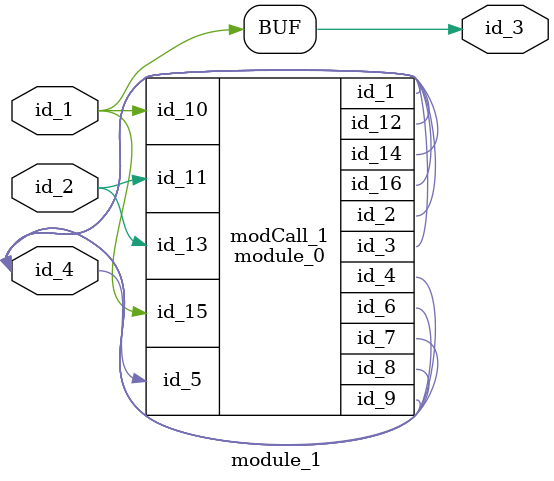
<source format=v>
module module_0 (
    id_1,
    id_2,
    id_3,
    id_4,
    id_5,
    id_6,
    id_7,
    id_8,
    id_9,
    id_10,
    id_11,
    id_12,
    id_13,
    id_14,
    id_15,
    id_16
);
  inout wire id_16;
  input wire id_15;
  inout wire id_14;
  input wire id_13;
  output wire id_12;
  input wire id_11;
  input wire id_10;
  inout wire id_9;
  output wire id_8;
  inout wire id_7;
  output wire id_6;
  input wire id_5;
  output wire id_4;
  inout wire id_3;
  inout wire id_2;
  inout wire id_1;
  wire id_17;
  wire id_18;
endmodule
module module_1 (
    id_1,
    id_2,
    id_3,
    id_4
);
  inout wire id_4;
  output wire id_3;
  input wire id_2;
  input wire id_1;
  assign id_3[""] = id_1;
  module_0 modCall_1 (
      id_4,
      id_4,
      id_4,
      id_4,
      id_4,
      id_4,
      id_4,
      id_4,
      id_4,
      id_1,
      id_2,
      id_4,
      id_2,
      id_4,
      id_1,
      id_4
  );
endmodule

</source>
